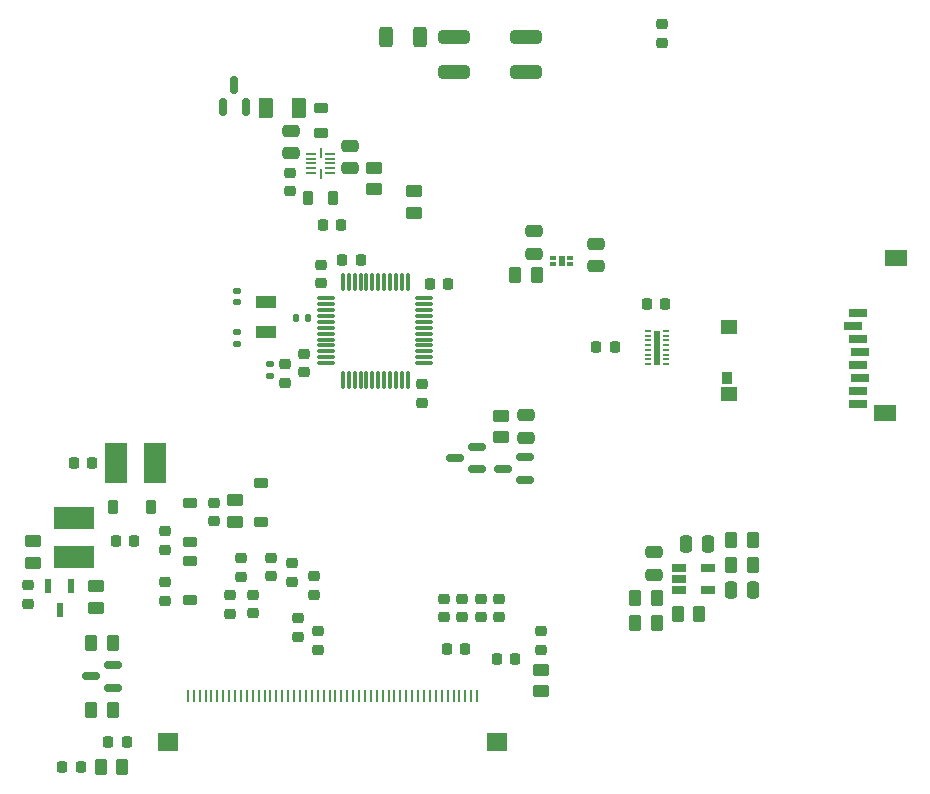
<source format=gbr>
%TF.GenerationSoftware,KiCad,Pcbnew,(7.0.0)*%
%TF.CreationDate,2023-05-21T02:13:25-07:00*%
%TF.ProjectId,epaper_photo_frame,65706170-6572-45f7-9068-6f746f5f6672,rev?*%
%TF.SameCoordinates,Original*%
%TF.FileFunction,Paste,Top*%
%TF.FilePolarity,Positive*%
%FSLAX46Y46*%
G04 Gerber Fmt 4.6, Leading zero omitted, Abs format (unit mm)*
G04 Created by KiCad (PCBNEW (7.0.0)) date 2023-05-21 02:13:25*
%MOMM*%
%LPD*%
G01*
G04 APERTURE LIST*
G04 Aperture macros list*
%AMRoundRect*
0 Rectangle with rounded corners*
0 $1 Rounding radius*
0 $2 $3 $4 $5 $6 $7 $8 $9 X,Y pos of 4 corners*
0 Add a 4 corners polygon primitive as box body*
4,1,4,$2,$3,$4,$5,$6,$7,$8,$9,$2,$3,0*
0 Add four circle primitives for the rounded corners*
1,1,$1+$1,$2,$3*
1,1,$1+$1,$4,$5*
1,1,$1+$1,$6,$7*
1,1,$1+$1,$8,$9*
0 Add four rect primitives between the rounded corners*
20,1,$1+$1,$2,$3,$4,$5,0*
20,1,$1+$1,$4,$5,$6,$7,0*
20,1,$1+$1,$6,$7,$8,$9,0*
20,1,$1+$1,$8,$9,$2,$3,0*%
G04 Aperture macros list end*
%ADD10RoundRect,0.250000X0.312500X0.625000X-0.312500X0.625000X-0.312500X-0.625000X0.312500X-0.625000X0*%
%ADD11R,1.900000X3.400000*%
%ADD12RoundRect,0.150000X0.587500X0.150000X-0.587500X0.150000X-0.587500X-0.150000X0.587500X-0.150000X0*%
%ADD13RoundRect,0.225000X0.250000X-0.225000X0.250000X0.225000X-0.250000X0.225000X-0.250000X-0.225000X0*%
%ADD14RoundRect,0.225000X-0.225000X-0.250000X0.225000X-0.250000X0.225000X0.250000X-0.225000X0.250000X0*%
%ADD15RoundRect,0.225000X-0.225000X-0.375000X0.225000X-0.375000X0.225000X0.375000X-0.225000X0.375000X0*%
%ADD16RoundRect,0.250000X0.250000X0.475000X-0.250000X0.475000X-0.250000X-0.475000X0.250000X-0.475000X0*%
%ADD17RoundRect,0.075000X-0.662500X-0.075000X0.662500X-0.075000X0.662500X0.075000X-0.662500X0.075000X0*%
%ADD18RoundRect,0.075000X-0.075000X-0.662500X0.075000X-0.662500X0.075000X0.662500X-0.075000X0.662500X0*%
%ADD19R,0.600000X0.200000*%
%ADD20R,0.500000X2.900000*%
%ADD21RoundRect,0.250000X1.075000X-0.312500X1.075000X0.312500X-1.075000X0.312500X-1.075000X-0.312500X0*%
%ADD22RoundRect,0.250000X0.262500X0.450000X-0.262500X0.450000X-0.262500X-0.450000X0.262500X-0.450000X0*%
%ADD23RoundRect,0.225000X-0.250000X0.225000X-0.250000X-0.225000X0.250000X-0.225000X0.250000X0.225000X0*%
%ADD24R,1.500000X0.800000*%
%ADD25R,1.400000X1.300000*%
%ADD26R,0.950000X1.000000*%
%ADD27R,1.900000X1.400000*%
%ADD28RoundRect,0.225000X0.225000X0.250000X-0.225000X0.250000X-0.225000X-0.250000X0.225000X-0.250000X0*%
%ADD29RoundRect,0.250000X0.475000X-0.250000X0.475000X0.250000X-0.475000X0.250000X-0.475000X-0.250000X0*%
%ADD30R,0.250000X1.100000*%
%ADD31R,1.700000X1.500000*%
%ADD32RoundRect,0.140000X-0.170000X0.140000X-0.170000X-0.140000X0.170000X-0.140000X0.170000X0.140000X0*%
%ADD33RoundRect,0.250000X-0.262500X-0.450000X0.262500X-0.450000X0.262500X0.450000X-0.262500X0.450000X0*%
%ADD34RoundRect,0.140000X0.170000X-0.140000X0.170000X0.140000X-0.170000X0.140000X-0.170000X-0.140000X0*%
%ADD35R,3.400000X1.900000*%
%ADD36RoundRect,0.250000X0.450000X-0.262500X0.450000X0.262500X-0.450000X0.262500X-0.450000X-0.262500X0*%
%ADD37RoundRect,0.225000X0.375000X-0.225000X0.375000X0.225000X-0.375000X0.225000X-0.375000X-0.225000X0*%
%ADD38RoundRect,0.147500X0.172500X-0.147500X0.172500X0.147500X-0.172500X0.147500X-0.172500X-0.147500X0*%
%ADD39RoundRect,0.225000X-0.375000X0.225000X-0.375000X-0.225000X0.375000X-0.225000X0.375000X0.225000X0*%
%ADD40RoundRect,0.135000X0.135000X0.185000X-0.135000X0.185000X-0.135000X-0.185000X0.135000X-0.185000X0*%
%ADD41RoundRect,0.250000X-0.450000X0.262500X-0.450000X-0.262500X0.450000X-0.262500X0.450000X0.262500X0*%
%ADD42R,0.600000X1.300000*%
%ADD43RoundRect,0.250000X-0.250000X-0.475000X0.250000X-0.475000X0.250000X0.475000X-0.250000X0.475000X0*%
%ADD44R,0.900000X0.200000*%
%ADD45R,0.200000X0.900000*%
%ADD46RoundRect,0.218750X-0.218750X-0.381250X0.218750X-0.381250X0.218750X0.381250X-0.218750X0.381250X0*%
%ADD47R,0.550000X0.300000*%
%ADD48R,0.500000X0.860000*%
%ADD49RoundRect,0.218750X-0.381250X0.218750X-0.381250X-0.218750X0.381250X-0.218750X0.381250X0.218750X0*%
%ADD50R,1.800000X1.000000*%
%ADD51RoundRect,0.250000X-0.475000X0.250000X-0.475000X-0.250000X0.475000X-0.250000X0.475000X0.250000X0*%
%ADD52R,1.250000X0.650000*%
%ADD53RoundRect,0.150000X0.150000X-0.587500X0.150000X0.587500X-0.150000X0.587500X-0.150000X-0.587500X0*%
%ADD54RoundRect,0.250000X-0.375000X-0.625000X0.375000X-0.625000X0.375000X0.625000X-0.375000X0.625000X0*%
G04 APERTURE END LIST*
D10*
%TO.C,R12*%
X143450000Y-78150000D03*
X140525000Y-78150000D03*
%TD*%
D11*
%TO.C,L1*%
X117649999Y-114199999D03*
X120949999Y-114199999D03*
%TD*%
D12*
%TO.C,Q1*%
X117437500Y-133200000D03*
X117437500Y-131300000D03*
X115562500Y-132250000D03*
%TD*%
D13*
%TO.C,C23*%
X145400000Y-127225000D03*
X145400000Y-125675000D03*
%TD*%
%TO.C,C37*%
X163900000Y-78575000D03*
X163900000Y-77025000D03*
%TD*%
%TO.C,C4*%
X147000000Y-127225000D03*
X147000000Y-125675000D03*
%TD*%
D14*
%TO.C,C35*%
X162625000Y-100700000D03*
X164175000Y-100700000D03*
%TD*%
D15*
%TO.C,D4*%
X117375000Y-117912500D03*
X120675000Y-117912500D03*
%TD*%
D16*
%TO.C,C17*%
X171600000Y-124900000D03*
X169700000Y-124900000D03*
%TD*%
D13*
%TO.C,C9*%
X132600000Y-124225000D03*
X132600000Y-122675000D03*
%TD*%
%TO.C,C18*%
X134750000Y-129975000D03*
X134750000Y-128425000D03*
%TD*%
D17*
%TO.C,U3*%
X135462500Y-100225000D03*
X135462500Y-100725000D03*
X135462500Y-101225000D03*
X135462500Y-101725000D03*
X135462500Y-102225000D03*
X135462500Y-102725000D03*
X135462500Y-103225000D03*
X135462500Y-103725000D03*
X135462500Y-104225000D03*
X135462500Y-104725000D03*
X135462500Y-105225000D03*
X135462500Y-105725000D03*
D18*
X136875000Y-107137500D03*
X137375000Y-107137500D03*
X137875000Y-107137500D03*
X138375000Y-107137500D03*
X138875000Y-107137500D03*
X139375000Y-107137500D03*
X139875000Y-107137500D03*
X140375000Y-107137500D03*
X140875000Y-107137500D03*
X141375000Y-107137500D03*
X141875000Y-107137500D03*
X142375000Y-107137500D03*
D17*
X143787500Y-105725000D03*
X143787500Y-105225000D03*
X143787500Y-104725000D03*
X143787500Y-104225000D03*
X143787500Y-103725000D03*
X143787500Y-103225000D03*
X143787500Y-102725000D03*
X143787500Y-102225000D03*
X143787500Y-101725000D03*
X143787500Y-101225000D03*
X143787500Y-100725000D03*
X143787500Y-100225000D03*
D18*
X142375000Y-98812500D03*
X141875000Y-98812500D03*
X141375000Y-98812500D03*
X140875000Y-98812500D03*
X140375000Y-98812500D03*
X139875000Y-98812500D03*
X139375000Y-98812500D03*
X138875000Y-98812500D03*
X138375000Y-98812500D03*
X137875000Y-98812500D03*
X137375000Y-98812500D03*
X136875000Y-98812500D03*
%TD*%
D19*
%TO.C,IC2*%
X164249999Y-105799999D03*
X164249999Y-105399999D03*
X164249999Y-104999999D03*
X164249999Y-104599999D03*
X164249999Y-104199999D03*
X164249999Y-103799999D03*
X164249999Y-103399999D03*
X164249999Y-102999999D03*
X162749999Y-102999999D03*
X162749999Y-103399999D03*
X162749999Y-103799999D03*
X162749999Y-104199999D03*
X162749999Y-104599999D03*
X162749999Y-104999999D03*
X162749999Y-105399999D03*
X162749999Y-105799999D03*
D20*
X163499999Y-104399999D03*
%TD*%
D21*
%TO.C,R10*%
X146300000Y-81062500D03*
X146300000Y-78137500D03*
%TD*%
D14*
%TO.C,C40*%
X136825000Y-96950000D03*
X138375000Y-96950000D03*
%TD*%
D13*
%TO.C,C24*%
X148550000Y-127225000D03*
X148550000Y-125675000D03*
%TD*%
D22*
%TO.C,R35*%
X171562500Y-122800000D03*
X169737500Y-122800000D03*
%TD*%
D13*
%TO.C,C6*%
X128275000Y-123800000D03*
X128275000Y-122250000D03*
%TD*%
D23*
%TO.C,C41*%
X143600000Y-107525000D03*
X143600000Y-109075000D03*
%TD*%
D24*
%TO.C,J1*%
X180459999Y-101484999D03*
X180059999Y-102584999D03*
X180459999Y-103684999D03*
X180659999Y-104784999D03*
X180459999Y-105884999D03*
X180659999Y-106984999D03*
X180459999Y-108084999D03*
X180459999Y-109184999D03*
D25*
X169599999Y-108374999D03*
D26*
X169374999Y-106984999D03*
D25*
X169599999Y-102674999D03*
D27*
X182749999Y-109974999D03*
X183749999Y-96824999D03*
%TD*%
D28*
%TO.C,C20*%
X115625000Y-114200000D03*
X114075000Y-114200000D03*
%TD*%
D13*
%TO.C,C5*%
X127300000Y-126925000D03*
X127300000Y-125375000D03*
%TD*%
%TO.C,C10*%
X134400000Y-125325000D03*
X134400000Y-123775000D03*
%TD*%
D29*
%TO.C,C14*%
X163250000Y-123650000D03*
X163250000Y-121750000D03*
%TD*%
D23*
%TO.C,C44*%
X133600000Y-104925000D03*
X133600000Y-106475000D03*
%TD*%
D30*
%TO.C,J4*%
X123749999Y-133899999D03*
X124249999Y-133899999D03*
X124749999Y-133899999D03*
X125249999Y-133899999D03*
X125749999Y-133899999D03*
X126249999Y-133899999D03*
X126749999Y-133899999D03*
X127249999Y-133899999D03*
X127749999Y-133899999D03*
X128249999Y-133899999D03*
X128749999Y-133899999D03*
X129249999Y-133899999D03*
X129749999Y-133899999D03*
X130249999Y-133899999D03*
X130749999Y-133899999D03*
X131249999Y-133899999D03*
X131749999Y-133899999D03*
X132249999Y-133899999D03*
X132749999Y-133899999D03*
X133249999Y-133899999D03*
X133749999Y-133899999D03*
X134249999Y-133899999D03*
X134749999Y-133899999D03*
X135249999Y-133899999D03*
X135749999Y-133899999D03*
X136249999Y-133899999D03*
X136749999Y-133899999D03*
X137249999Y-133899999D03*
X137749999Y-133899999D03*
X138249999Y-133899999D03*
X138749999Y-133899999D03*
X139249999Y-133899999D03*
X139749999Y-133899999D03*
X140249999Y-133899999D03*
X140749999Y-133899999D03*
X141249999Y-133899999D03*
X141749999Y-133899999D03*
X142249999Y-133899999D03*
X142749999Y-133899999D03*
X143249999Y-133899999D03*
X143749999Y-133899999D03*
X144249999Y-133899999D03*
X144749999Y-133899999D03*
X145249999Y-133899999D03*
X145749999Y-133899999D03*
X146249999Y-133899999D03*
X146749999Y-133899999D03*
X147249999Y-133899999D03*
X147749999Y-133899999D03*
X148249999Y-133899999D03*
D31*
X122099999Y-137799999D03*
X149899999Y-137799999D03*
%TD*%
D29*
%TO.C,C22*%
X137500000Y-89200000D03*
X137500000Y-87300000D03*
%TD*%
D32*
%TO.C,C32*%
X127900000Y-103120000D03*
X127900000Y-104080000D03*
%TD*%
D33*
%TO.C,R34*%
X169737500Y-120700000D03*
X171562500Y-120700000D03*
%TD*%
D28*
%TO.C,C28*%
X119200000Y-120812500D03*
X117650000Y-120812500D03*
%TD*%
D34*
%TO.C,C31*%
X127900000Y-100580000D03*
X127900000Y-99620000D03*
%TD*%
D12*
%TO.C,Q32*%
X152300000Y-115600000D03*
X152300000Y-113700000D03*
X150425000Y-114650000D03*
%TD*%
D35*
%TO.C,L2*%
X114124999Y-122112499D03*
X114124999Y-118812499D03*
%TD*%
D13*
%TO.C,C27*%
X153650000Y-129975000D03*
X153650000Y-128425000D03*
%TD*%
D33*
%TO.C,R36*%
X165237500Y-127000000D03*
X167062500Y-127000000D03*
%TD*%
D36*
%TO.C,R3*%
X127750000Y-119162500D03*
X127750000Y-117337500D03*
%TD*%
D37*
%TO.C,D1*%
X129950000Y-119200000D03*
X129950000Y-115900000D03*
%TD*%
D38*
%TO.C,L4*%
X130700000Y-106785000D03*
X130700000Y-105815000D03*
%TD*%
D36*
%TO.C,R5*%
X110625000Y-122625000D03*
X110625000Y-120800000D03*
%TD*%
D22*
%TO.C,R27*%
X163462500Y-125600000D03*
X161637500Y-125600000D03*
%TD*%
D36*
%TO.C,RB1*%
X153650000Y-133512500D03*
X153650000Y-131687500D03*
%TD*%
D13*
%TO.C,C30*%
X132400000Y-91175000D03*
X132400000Y-89625000D03*
%TD*%
%TO.C,C8*%
X130800000Y-123750000D03*
X130800000Y-122200000D03*
%TD*%
%TO.C,C11*%
X133100000Y-128875000D03*
X133100000Y-127325000D03*
%TD*%
%TO.C,C29*%
X150100000Y-127225000D03*
X150100000Y-125675000D03*
%TD*%
D36*
%TO.C,R11*%
X142900000Y-93000000D03*
X142900000Y-91175000D03*
%TD*%
D39*
%TO.C,D2*%
X123950000Y-122500000D03*
X123950000Y-125800000D03*
%TD*%
D29*
%TO.C,C34*%
X158350000Y-97525000D03*
X158350000Y-95625000D03*
%TD*%
D13*
%TO.C,C12*%
X125950000Y-119125000D03*
X125950000Y-117575000D03*
%TD*%
D22*
%TO.C,RA1*%
X118212500Y-139900000D03*
X116387500Y-139900000D03*
%TD*%
D40*
%TO.C,R7*%
X133910000Y-101900000D03*
X132890000Y-101900000D03*
%TD*%
D12*
%TO.C,Q31*%
X148237500Y-114700000D03*
X148237500Y-112800000D03*
X146362500Y-113750000D03*
%TD*%
D13*
%TO.C,C7*%
X129300000Y-126875000D03*
X129300000Y-125325000D03*
%TD*%
D22*
%TO.C,R1*%
X117412500Y-135050000D03*
X115587500Y-135050000D03*
%TD*%
D36*
%TO.C,R4*%
X116000000Y-126412500D03*
X116000000Y-124587500D03*
%TD*%
D41*
%TO.C,R33*%
X150300000Y-110187500D03*
X150300000Y-112012500D03*
%TD*%
D42*
%TO.C,Q2*%
X113849999Y-124549999D03*
X111949999Y-124549999D03*
X112899999Y-126649999D03*
%TD*%
D28*
%TO.C,C25*%
X147225000Y-129950000D03*
X145675000Y-129950000D03*
%TD*%
D14*
%TO.C,C39*%
X144225000Y-99000000D03*
X145775000Y-99000000D03*
%TD*%
D43*
%TO.C,C16*%
X165900000Y-121050000D03*
X167800000Y-121050000D03*
%TD*%
D13*
%TO.C,C42*%
X135000000Y-98950000D03*
X135000000Y-97400000D03*
%TD*%
D41*
%TO.C,R6*%
X139500000Y-89187500D03*
X139500000Y-91012500D03*
%TD*%
D13*
%TO.C,C21*%
X121850000Y-125825000D03*
X121850000Y-124275000D03*
%TD*%
D28*
%TO.C,C1*%
X118575000Y-137800000D03*
X117025000Y-137800000D03*
%TD*%
D44*
%TO.C,IC1*%
X134199999Y-87999999D03*
X134199999Y-88399999D03*
X134199999Y-88799999D03*
X134199999Y-89199999D03*
X134199999Y-89599999D03*
D45*
X134999999Y-89699999D03*
D44*
X135799999Y-89599999D03*
X135799999Y-89199999D03*
X135799999Y-88799999D03*
X135799999Y-88399999D03*
X135799999Y-87999999D03*
D45*
X134999999Y-87899999D03*
%TD*%
D46*
%TO.C,L3*%
X133937500Y-91700000D03*
X136062500Y-91700000D03*
%TD*%
D39*
%TO.C,D3*%
X123950000Y-117600000D03*
X123950000Y-120900000D03*
%TD*%
D28*
%TO.C,C26*%
X151475000Y-130800000D03*
X149925000Y-130800000D03*
%TD*%
D47*
%TO.C,U1*%
X156125048Y-97349999D03*
X156125048Y-96849999D03*
X154674950Y-96849999D03*
X154674950Y-97349999D03*
D48*
X155399999Y-97099999D03*
%TD*%
D14*
%TO.C,C38*%
X135200000Y-94000000D03*
X136750000Y-94000000D03*
%TD*%
D33*
%TO.C,R37*%
X161637500Y-127700000D03*
X163462500Y-127700000D03*
%TD*%
D28*
%TO.C,C36*%
X159887500Y-104387500D03*
X158337500Y-104387500D03*
%TD*%
D22*
%TO.C,R8*%
X153312500Y-98300000D03*
X151487500Y-98300000D03*
%TD*%
D21*
%TO.C,R9*%
X152400000Y-81062500D03*
X152400000Y-78137500D03*
%TD*%
D29*
%TO.C,C13*%
X132500000Y-87950000D03*
X132500000Y-86050000D03*
%TD*%
D23*
%TO.C,C19*%
X110200000Y-124525000D03*
X110200000Y-126075000D03*
%TD*%
D28*
%TO.C,C2*%
X114675000Y-139900000D03*
X113125000Y-139900000D03*
%TD*%
D49*
%TO.C,FB1*%
X135000000Y-84137500D03*
X135000000Y-86262500D03*
%TD*%
D50*
%TO.C,Y1*%
X130399999Y-100549999D03*
X130399999Y-103049999D03*
%TD*%
D23*
%TO.C,C43*%
X132000000Y-105825000D03*
X132000000Y-107375000D03*
%TD*%
D51*
%TO.C,C15*%
X152400000Y-110150000D03*
X152400000Y-112050000D03*
%TD*%
D29*
%TO.C,C33*%
X153100000Y-96450000D03*
X153100000Y-94550000D03*
%TD*%
D52*
%TO.C,U2*%
X165299999Y-123059999D03*
X165299999Y-123999999D03*
X165299999Y-124939999D03*
X167799999Y-124939999D03*
X167799999Y-123059999D03*
%TD*%
D53*
%TO.C,Q3*%
X126750000Y-84037500D03*
X128650000Y-84037500D03*
X127700000Y-82162500D03*
%TD*%
D23*
%TO.C,C3*%
X121850000Y-119975000D03*
X121850000Y-121525000D03*
%TD*%
D22*
%TO.C,R2*%
X117412500Y-129450000D03*
X115587500Y-129450000D03*
%TD*%
D54*
%TO.C,F1*%
X130400000Y-84100000D03*
X133200000Y-84100000D03*
%TD*%
M02*

</source>
